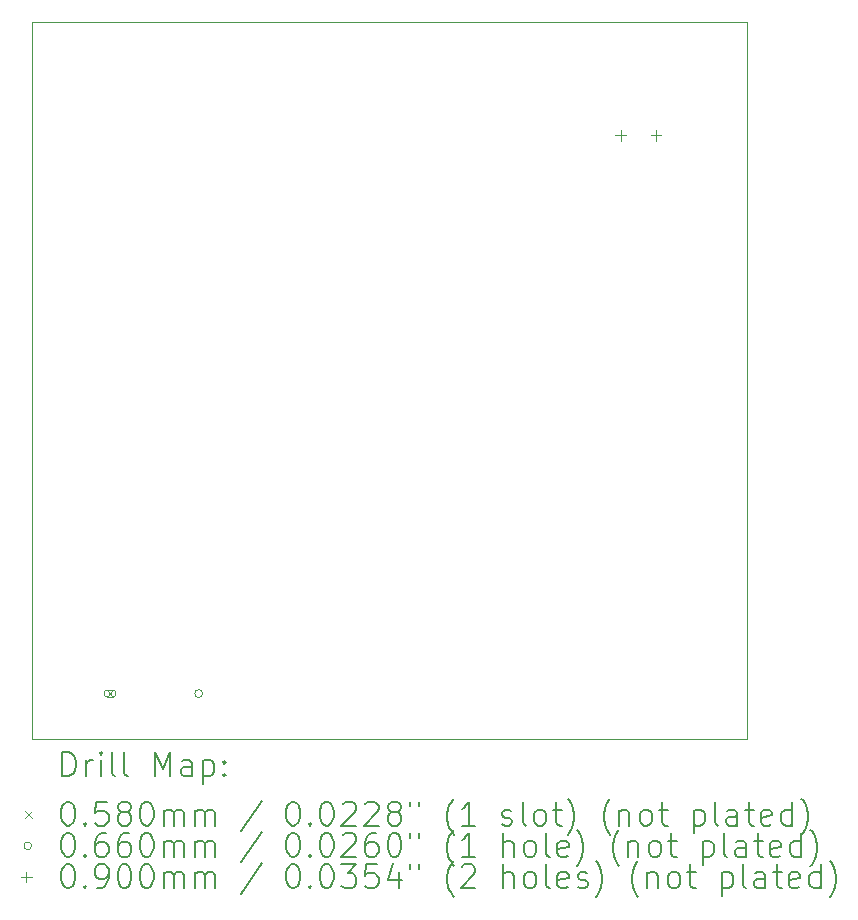
<source format=gbr>
%TF.GenerationSoftware,KiCad,Pcbnew,8.0.2*%
%TF.CreationDate,2025-04-21T15:08:10+02:00*%
%TF.ProjectId,logic,6c6f6769-632e-46b6-9963-61645f706362,rev?*%
%TF.SameCoordinates,Original*%
%TF.FileFunction,Drillmap*%
%TF.FilePolarity,Positive*%
%FSLAX45Y45*%
G04 Gerber Fmt 4.5, Leading zero omitted, Abs format (unit mm)*
G04 Created by KiCad (PCBNEW 8.0.2) date 2025-04-21 15:08:10*
%MOMM*%
%LPD*%
G01*
G04 APERTURE LIST*
%ADD10C,0.100000*%
%ADD11C,0.200000*%
G04 APERTURE END LIST*
D10*
X11559540Y-9761220D02*
X17612360Y-9761220D01*
X17612360Y-15826740D01*
X11559540Y-15826740D01*
X11559540Y-9761220D01*
D11*
D10*
X12188700Y-15416540D02*
X12246700Y-15474540D01*
X12246700Y-15416540D02*
X12188700Y-15474540D01*
X12238700Y-15416540D02*
X12196700Y-15416540D01*
X12196700Y-15474540D02*
G75*
G02*
X12196700Y-15416540I0J29000D01*
G01*
X12196700Y-15474540D02*
X12238700Y-15474540D01*
X12238700Y-15474540D02*
G75*
G03*
X12238700Y-15416540I0J29000D01*
G01*
X13000700Y-15445540D02*
G75*
G02*
X12934700Y-15445540I-33000J0D01*
G01*
X12934700Y-15445540D02*
G75*
G02*
X13000700Y-15445540I33000J0D01*
G01*
X16540340Y-10674540D02*
X16540340Y-10764540D01*
X16495340Y-10719540D02*
X16585340Y-10719540D01*
X16840340Y-10674540D02*
X16840340Y-10764540D01*
X16795340Y-10719540D02*
X16885340Y-10719540D01*
D11*
X11815317Y-16143224D02*
X11815317Y-15943224D01*
X11815317Y-15943224D02*
X11862936Y-15943224D01*
X11862936Y-15943224D02*
X11891507Y-15952748D01*
X11891507Y-15952748D02*
X11910555Y-15971795D01*
X11910555Y-15971795D02*
X11920079Y-15990843D01*
X11920079Y-15990843D02*
X11929602Y-16028938D01*
X11929602Y-16028938D02*
X11929602Y-16057509D01*
X11929602Y-16057509D02*
X11920079Y-16095605D01*
X11920079Y-16095605D02*
X11910555Y-16114652D01*
X11910555Y-16114652D02*
X11891507Y-16133700D01*
X11891507Y-16133700D02*
X11862936Y-16143224D01*
X11862936Y-16143224D02*
X11815317Y-16143224D01*
X12015317Y-16143224D02*
X12015317Y-16009890D01*
X12015317Y-16047986D02*
X12024841Y-16028938D01*
X12024841Y-16028938D02*
X12034364Y-16019414D01*
X12034364Y-16019414D02*
X12053412Y-16009890D01*
X12053412Y-16009890D02*
X12072460Y-16009890D01*
X12139126Y-16143224D02*
X12139126Y-16009890D01*
X12139126Y-15943224D02*
X12129602Y-15952748D01*
X12129602Y-15952748D02*
X12139126Y-15962271D01*
X12139126Y-15962271D02*
X12148650Y-15952748D01*
X12148650Y-15952748D02*
X12139126Y-15943224D01*
X12139126Y-15943224D02*
X12139126Y-15962271D01*
X12262936Y-16143224D02*
X12243888Y-16133700D01*
X12243888Y-16133700D02*
X12234364Y-16114652D01*
X12234364Y-16114652D02*
X12234364Y-15943224D01*
X12367698Y-16143224D02*
X12348650Y-16133700D01*
X12348650Y-16133700D02*
X12339126Y-16114652D01*
X12339126Y-16114652D02*
X12339126Y-15943224D01*
X12596269Y-16143224D02*
X12596269Y-15943224D01*
X12596269Y-15943224D02*
X12662936Y-16086081D01*
X12662936Y-16086081D02*
X12729602Y-15943224D01*
X12729602Y-15943224D02*
X12729602Y-16143224D01*
X12910555Y-16143224D02*
X12910555Y-16038462D01*
X12910555Y-16038462D02*
X12901031Y-16019414D01*
X12901031Y-16019414D02*
X12881983Y-16009890D01*
X12881983Y-16009890D02*
X12843888Y-16009890D01*
X12843888Y-16009890D02*
X12824841Y-16019414D01*
X12910555Y-16133700D02*
X12891507Y-16143224D01*
X12891507Y-16143224D02*
X12843888Y-16143224D01*
X12843888Y-16143224D02*
X12824841Y-16133700D01*
X12824841Y-16133700D02*
X12815317Y-16114652D01*
X12815317Y-16114652D02*
X12815317Y-16095605D01*
X12815317Y-16095605D02*
X12824841Y-16076557D01*
X12824841Y-16076557D02*
X12843888Y-16067033D01*
X12843888Y-16067033D02*
X12891507Y-16067033D01*
X12891507Y-16067033D02*
X12910555Y-16057509D01*
X13005793Y-16009890D02*
X13005793Y-16209890D01*
X13005793Y-16019414D02*
X13024841Y-16009890D01*
X13024841Y-16009890D02*
X13062936Y-16009890D01*
X13062936Y-16009890D02*
X13081983Y-16019414D01*
X13081983Y-16019414D02*
X13091507Y-16028938D01*
X13091507Y-16028938D02*
X13101031Y-16047986D01*
X13101031Y-16047986D02*
X13101031Y-16105128D01*
X13101031Y-16105128D02*
X13091507Y-16124176D01*
X13091507Y-16124176D02*
X13081983Y-16133700D01*
X13081983Y-16133700D02*
X13062936Y-16143224D01*
X13062936Y-16143224D02*
X13024841Y-16143224D01*
X13024841Y-16143224D02*
X13005793Y-16133700D01*
X13186745Y-16124176D02*
X13196269Y-16133700D01*
X13196269Y-16133700D02*
X13186745Y-16143224D01*
X13186745Y-16143224D02*
X13177222Y-16133700D01*
X13177222Y-16133700D02*
X13186745Y-16124176D01*
X13186745Y-16124176D02*
X13186745Y-16143224D01*
X13186745Y-16019414D02*
X13196269Y-16028938D01*
X13196269Y-16028938D02*
X13186745Y-16038462D01*
X13186745Y-16038462D02*
X13177222Y-16028938D01*
X13177222Y-16028938D02*
X13186745Y-16019414D01*
X13186745Y-16019414D02*
X13186745Y-16038462D01*
D10*
X11496540Y-16442740D02*
X11554540Y-16500740D01*
X11554540Y-16442740D02*
X11496540Y-16500740D01*
D11*
X11853412Y-16363224D02*
X11872460Y-16363224D01*
X11872460Y-16363224D02*
X11891507Y-16372748D01*
X11891507Y-16372748D02*
X11901031Y-16382271D01*
X11901031Y-16382271D02*
X11910555Y-16401319D01*
X11910555Y-16401319D02*
X11920079Y-16439414D01*
X11920079Y-16439414D02*
X11920079Y-16487033D01*
X11920079Y-16487033D02*
X11910555Y-16525128D01*
X11910555Y-16525128D02*
X11901031Y-16544176D01*
X11901031Y-16544176D02*
X11891507Y-16553700D01*
X11891507Y-16553700D02*
X11872460Y-16563224D01*
X11872460Y-16563224D02*
X11853412Y-16563224D01*
X11853412Y-16563224D02*
X11834364Y-16553700D01*
X11834364Y-16553700D02*
X11824841Y-16544176D01*
X11824841Y-16544176D02*
X11815317Y-16525128D01*
X11815317Y-16525128D02*
X11805793Y-16487033D01*
X11805793Y-16487033D02*
X11805793Y-16439414D01*
X11805793Y-16439414D02*
X11815317Y-16401319D01*
X11815317Y-16401319D02*
X11824841Y-16382271D01*
X11824841Y-16382271D02*
X11834364Y-16372748D01*
X11834364Y-16372748D02*
X11853412Y-16363224D01*
X12005793Y-16544176D02*
X12015317Y-16553700D01*
X12015317Y-16553700D02*
X12005793Y-16563224D01*
X12005793Y-16563224D02*
X11996269Y-16553700D01*
X11996269Y-16553700D02*
X12005793Y-16544176D01*
X12005793Y-16544176D02*
X12005793Y-16563224D01*
X12196269Y-16363224D02*
X12101031Y-16363224D01*
X12101031Y-16363224D02*
X12091507Y-16458462D01*
X12091507Y-16458462D02*
X12101031Y-16448938D01*
X12101031Y-16448938D02*
X12120079Y-16439414D01*
X12120079Y-16439414D02*
X12167698Y-16439414D01*
X12167698Y-16439414D02*
X12186745Y-16448938D01*
X12186745Y-16448938D02*
X12196269Y-16458462D01*
X12196269Y-16458462D02*
X12205793Y-16477509D01*
X12205793Y-16477509D02*
X12205793Y-16525128D01*
X12205793Y-16525128D02*
X12196269Y-16544176D01*
X12196269Y-16544176D02*
X12186745Y-16553700D01*
X12186745Y-16553700D02*
X12167698Y-16563224D01*
X12167698Y-16563224D02*
X12120079Y-16563224D01*
X12120079Y-16563224D02*
X12101031Y-16553700D01*
X12101031Y-16553700D02*
X12091507Y-16544176D01*
X12320079Y-16448938D02*
X12301031Y-16439414D01*
X12301031Y-16439414D02*
X12291507Y-16429890D01*
X12291507Y-16429890D02*
X12281983Y-16410843D01*
X12281983Y-16410843D02*
X12281983Y-16401319D01*
X12281983Y-16401319D02*
X12291507Y-16382271D01*
X12291507Y-16382271D02*
X12301031Y-16372748D01*
X12301031Y-16372748D02*
X12320079Y-16363224D01*
X12320079Y-16363224D02*
X12358174Y-16363224D01*
X12358174Y-16363224D02*
X12377222Y-16372748D01*
X12377222Y-16372748D02*
X12386745Y-16382271D01*
X12386745Y-16382271D02*
X12396269Y-16401319D01*
X12396269Y-16401319D02*
X12396269Y-16410843D01*
X12396269Y-16410843D02*
X12386745Y-16429890D01*
X12386745Y-16429890D02*
X12377222Y-16439414D01*
X12377222Y-16439414D02*
X12358174Y-16448938D01*
X12358174Y-16448938D02*
X12320079Y-16448938D01*
X12320079Y-16448938D02*
X12301031Y-16458462D01*
X12301031Y-16458462D02*
X12291507Y-16467986D01*
X12291507Y-16467986D02*
X12281983Y-16487033D01*
X12281983Y-16487033D02*
X12281983Y-16525128D01*
X12281983Y-16525128D02*
X12291507Y-16544176D01*
X12291507Y-16544176D02*
X12301031Y-16553700D01*
X12301031Y-16553700D02*
X12320079Y-16563224D01*
X12320079Y-16563224D02*
X12358174Y-16563224D01*
X12358174Y-16563224D02*
X12377222Y-16553700D01*
X12377222Y-16553700D02*
X12386745Y-16544176D01*
X12386745Y-16544176D02*
X12396269Y-16525128D01*
X12396269Y-16525128D02*
X12396269Y-16487033D01*
X12396269Y-16487033D02*
X12386745Y-16467986D01*
X12386745Y-16467986D02*
X12377222Y-16458462D01*
X12377222Y-16458462D02*
X12358174Y-16448938D01*
X12520079Y-16363224D02*
X12539126Y-16363224D01*
X12539126Y-16363224D02*
X12558174Y-16372748D01*
X12558174Y-16372748D02*
X12567698Y-16382271D01*
X12567698Y-16382271D02*
X12577222Y-16401319D01*
X12577222Y-16401319D02*
X12586745Y-16439414D01*
X12586745Y-16439414D02*
X12586745Y-16487033D01*
X12586745Y-16487033D02*
X12577222Y-16525128D01*
X12577222Y-16525128D02*
X12567698Y-16544176D01*
X12567698Y-16544176D02*
X12558174Y-16553700D01*
X12558174Y-16553700D02*
X12539126Y-16563224D01*
X12539126Y-16563224D02*
X12520079Y-16563224D01*
X12520079Y-16563224D02*
X12501031Y-16553700D01*
X12501031Y-16553700D02*
X12491507Y-16544176D01*
X12491507Y-16544176D02*
X12481983Y-16525128D01*
X12481983Y-16525128D02*
X12472460Y-16487033D01*
X12472460Y-16487033D02*
X12472460Y-16439414D01*
X12472460Y-16439414D02*
X12481983Y-16401319D01*
X12481983Y-16401319D02*
X12491507Y-16382271D01*
X12491507Y-16382271D02*
X12501031Y-16372748D01*
X12501031Y-16372748D02*
X12520079Y-16363224D01*
X12672460Y-16563224D02*
X12672460Y-16429890D01*
X12672460Y-16448938D02*
X12681983Y-16439414D01*
X12681983Y-16439414D02*
X12701031Y-16429890D01*
X12701031Y-16429890D02*
X12729603Y-16429890D01*
X12729603Y-16429890D02*
X12748650Y-16439414D01*
X12748650Y-16439414D02*
X12758174Y-16458462D01*
X12758174Y-16458462D02*
X12758174Y-16563224D01*
X12758174Y-16458462D02*
X12767698Y-16439414D01*
X12767698Y-16439414D02*
X12786745Y-16429890D01*
X12786745Y-16429890D02*
X12815317Y-16429890D01*
X12815317Y-16429890D02*
X12834364Y-16439414D01*
X12834364Y-16439414D02*
X12843888Y-16458462D01*
X12843888Y-16458462D02*
X12843888Y-16563224D01*
X12939126Y-16563224D02*
X12939126Y-16429890D01*
X12939126Y-16448938D02*
X12948650Y-16439414D01*
X12948650Y-16439414D02*
X12967698Y-16429890D01*
X12967698Y-16429890D02*
X12996269Y-16429890D01*
X12996269Y-16429890D02*
X13015317Y-16439414D01*
X13015317Y-16439414D02*
X13024841Y-16458462D01*
X13024841Y-16458462D02*
X13024841Y-16563224D01*
X13024841Y-16458462D02*
X13034364Y-16439414D01*
X13034364Y-16439414D02*
X13053412Y-16429890D01*
X13053412Y-16429890D02*
X13081983Y-16429890D01*
X13081983Y-16429890D02*
X13101031Y-16439414D01*
X13101031Y-16439414D02*
X13110555Y-16458462D01*
X13110555Y-16458462D02*
X13110555Y-16563224D01*
X13501031Y-16353700D02*
X13329603Y-16610843D01*
X13758174Y-16363224D02*
X13777222Y-16363224D01*
X13777222Y-16363224D02*
X13796269Y-16372748D01*
X13796269Y-16372748D02*
X13805793Y-16382271D01*
X13805793Y-16382271D02*
X13815317Y-16401319D01*
X13815317Y-16401319D02*
X13824841Y-16439414D01*
X13824841Y-16439414D02*
X13824841Y-16487033D01*
X13824841Y-16487033D02*
X13815317Y-16525128D01*
X13815317Y-16525128D02*
X13805793Y-16544176D01*
X13805793Y-16544176D02*
X13796269Y-16553700D01*
X13796269Y-16553700D02*
X13777222Y-16563224D01*
X13777222Y-16563224D02*
X13758174Y-16563224D01*
X13758174Y-16563224D02*
X13739126Y-16553700D01*
X13739126Y-16553700D02*
X13729603Y-16544176D01*
X13729603Y-16544176D02*
X13720079Y-16525128D01*
X13720079Y-16525128D02*
X13710555Y-16487033D01*
X13710555Y-16487033D02*
X13710555Y-16439414D01*
X13710555Y-16439414D02*
X13720079Y-16401319D01*
X13720079Y-16401319D02*
X13729603Y-16382271D01*
X13729603Y-16382271D02*
X13739126Y-16372748D01*
X13739126Y-16372748D02*
X13758174Y-16363224D01*
X13910555Y-16544176D02*
X13920079Y-16553700D01*
X13920079Y-16553700D02*
X13910555Y-16563224D01*
X13910555Y-16563224D02*
X13901031Y-16553700D01*
X13901031Y-16553700D02*
X13910555Y-16544176D01*
X13910555Y-16544176D02*
X13910555Y-16563224D01*
X14043888Y-16363224D02*
X14062936Y-16363224D01*
X14062936Y-16363224D02*
X14081984Y-16372748D01*
X14081984Y-16372748D02*
X14091507Y-16382271D01*
X14091507Y-16382271D02*
X14101031Y-16401319D01*
X14101031Y-16401319D02*
X14110555Y-16439414D01*
X14110555Y-16439414D02*
X14110555Y-16487033D01*
X14110555Y-16487033D02*
X14101031Y-16525128D01*
X14101031Y-16525128D02*
X14091507Y-16544176D01*
X14091507Y-16544176D02*
X14081984Y-16553700D01*
X14081984Y-16553700D02*
X14062936Y-16563224D01*
X14062936Y-16563224D02*
X14043888Y-16563224D01*
X14043888Y-16563224D02*
X14024841Y-16553700D01*
X14024841Y-16553700D02*
X14015317Y-16544176D01*
X14015317Y-16544176D02*
X14005793Y-16525128D01*
X14005793Y-16525128D02*
X13996269Y-16487033D01*
X13996269Y-16487033D02*
X13996269Y-16439414D01*
X13996269Y-16439414D02*
X14005793Y-16401319D01*
X14005793Y-16401319D02*
X14015317Y-16382271D01*
X14015317Y-16382271D02*
X14024841Y-16372748D01*
X14024841Y-16372748D02*
X14043888Y-16363224D01*
X14186746Y-16382271D02*
X14196269Y-16372748D01*
X14196269Y-16372748D02*
X14215317Y-16363224D01*
X14215317Y-16363224D02*
X14262936Y-16363224D01*
X14262936Y-16363224D02*
X14281984Y-16372748D01*
X14281984Y-16372748D02*
X14291507Y-16382271D01*
X14291507Y-16382271D02*
X14301031Y-16401319D01*
X14301031Y-16401319D02*
X14301031Y-16420367D01*
X14301031Y-16420367D02*
X14291507Y-16448938D01*
X14291507Y-16448938D02*
X14177222Y-16563224D01*
X14177222Y-16563224D02*
X14301031Y-16563224D01*
X14377222Y-16382271D02*
X14386746Y-16372748D01*
X14386746Y-16372748D02*
X14405793Y-16363224D01*
X14405793Y-16363224D02*
X14453412Y-16363224D01*
X14453412Y-16363224D02*
X14472460Y-16372748D01*
X14472460Y-16372748D02*
X14481984Y-16382271D01*
X14481984Y-16382271D02*
X14491507Y-16401319D01*
X14491507Y-16401319D02*
X14491507Y-16420367D01*
X14491507Y-16420367D02*
X14481984Y-16448938D01*
X14481984Y-16448938D02*
X14367698Y-16563224D01*
X14367698Y-16563224D02*
X14491507Y-16563224D01*
X14605793Y-16448938D02*
X14586746Y-16439414D01*
X14586746Y-16439414D02*
X14577222Y-16429890D01*
X14577222Y-16429890D02*
X14567698Y-16410843D01*
X14567698Y-16410843D02*
X14567698Y-16401319D01*
X14567698Y-16401319D02*
X14577222Y-16382271D01*
X14577222Y-16382271D02*
X14586746Y-16372748D01*
X14586746Y-16372748D02*
X14605793Y-16363224D01*
X14605793Y-16363224D02*
X14643888Y-16363224D01*
X14643888Y-16363224D02*
X14662936Y-16372748D01*
X14662936Y-16372748D02*
X14672460Y-16382271D01*
X14672460Y-16382271D02*
X14681984Y-16401319D01*
X14681984Y-16401319D02*
X14681984Y-16410843D01*
X14681984Y-16410843D02*
X14672460Y-16429890D01*
X14672460Y-16429890D02*
X14662936Y-16439414D01*
X14662936Y-16439414D02*
X14643888Y-16448938D01*
X14643888Y-16448938D02*
X14605793Y-16448938D01*
X14605793Y-16448938D02*
X14586746Y-16458462D01*
X14586746Y-16458462D02*
X14577222Y-16467986D01*
X14577222Y-16467986D02*
X14567698Y-16487033D01*
X14567698Y-16487033D02*
X14567698Y-16525128D01*
X14567698Y-16525128D02*
X14577222Y-16544176D01*
X14577222Y-16544176D02*
X14586746Y-16553700D01*
X14586746Y-16553700D02*
X14605793Y-16563224D01*
X14605793Y-16563224D02*
X14643888Y-16563224D01*
X14643888Y-16563224D02*
X14662936Y-16553700D01*
X14662936Y-16553700D02*
X14672460Y-16544176D01*
X14672460Y-16544176D02*
X14681984Y-16525128D01*
X14681984Y-16525128D02*
X14681984Y-16487033D01*
X14681984Y-16487033D02*
X14672460Y-16467986D01*
X14672460Y-16467986D02*
X14662936Y-16458462D01*
X14662936Y-16458462D02*
X14643888Y-16448938D01*
X14758174Y-16363224D02*
X14758174Y-16401319D01*
X14834365Y-16363224D02*
X14834365Y-16401319D01*
X15129603Y-16639414D02*
X15120079Y-16629890D01*
X15120079Y-16629890D02*
X15101031Y-16601319D01*
X15101031Y-16601319D02*
X15091508Y-16582271D01*
X15091508Y-16582271D02*
X15081984Y-16553700D01*
X15081984Y-16553700D02*
X15072460Y-16506081D01*
X15072460Y-16506081D02*
X15072460Y-16467986D01*
X15072460Y-16467986D02*
X15081984Y-16420367D01*
X15081984Y-16420367D02*
X15091508Y-16391795D01*
X15091508Y-16391795D02*
X15101031Y-16372748D01*
X15101031Y-16372748D02*
X15120079Y-16344176D01*
X15120079Y-16344176D02*
X15129603Y-16334652D01*
X15310555Y-16563224D02*
X15196269Y-16563224D01*
X15253412Y-16563224D02*
X15253412Y-16363224D01*
X15253412Y-16363224D02*
X15234365Y-16391795D01*
X15234365Y-16391795D02*
X15215317Y-16410843D01*
X15215317Y-16410843D02*
X15196269Y-16420367D01*
X15539127Y-16553700D02*
X15558174Y-16563224D01*
X15558174Y-16563224D02*
X15596269Y-16563224D01*
X15596269Y-16563224D02*
X15615317Y-16553700D01*
X15615317Y-16553700D02*
X15624841Y-16534652D01*
X15624841Y-16534652D02*
X15624841Y-16525128D01*
X15624841Y-16525128D02*
X15615317Y-16506081D01*
X15615317Y-16506081D02*
X15596269Y-16496557D01*
X15596269Y-16496557D02*
X15567698Y-16496557D01*
X15567698Y-16496557D02*
X15548650Y-16487033D01*
X15548650Y-16487033D02*
X15539127Y-16467986D01*
X15539127Y-16467986D02*
X15539127Y-16458462D01*
X15539127Y-16458462D02*
X15548650Y-16439414D01*
X15548650Y-16439414D02*
X15567698Y-16429890D01*
X15567698Y-16429890D02*
X15596269Y-16429890D01*
X15596269Y-16429890D02*
X15615317Y-16439414D01*
X15739127Y-16563224D02*
X15720079Y-16553700D01*
X15720079Y-16553700D02*
X15710555Y-16534652D01*
X15710555Y-16534652D02*
X15710555Y-16363224D01*
X15843889Y-16563224D02*
X15824841Y-16553700D01*
X15824841Y-16553700D02*
X15815317Y-16544176D01*
X15815317Y-16544176D02*
X15805793Y-16525128D01*
X15805793Y-16525128D02*
X15805793Y-16467986D01*
X15805793Y-16467986D02*
X15815317Y-16448938D01*
X15815317Y-16448938D02*
X15824841Y-16439414D01*
X15824841Y-16439414D02*
X15843889Y-16429890D01*
X15843889Y-16429890D02*
X15872460Y-16429890D01*
X15872460Y-16429890D02*
X15891508Y-16439414D01*
X15891508Y-16439414D02*
X15901031Y-16448938D01*
X15901031Y-16448938D02*
X15910555Y-16467986D01*
X15910555Y-16467986D02*
X15910555Y-16525128D01*
X15910555Y-16525128D02*
X15901031Y-16544176D01*
X15901031Y-16544176D02*
X15891508Y-16553700D01*
X15891508Y-16553700D02*
X15872460Y-16563224D01*
X15872460Y-16563224D02*
X15843889Y-16563224D01*
X15967698Y-16429890D02*
X16043889Y-16429890D01*
X15996270Y-16363224D02*
X15996270Y-16534652D01*
X15996270Y-16534652D02*
X16005793Y-16553700D01*
X16005793Y-16553700D02*
X16024841Y-16563224D01*
X16024841Y-16563224D02*
X16043889Y-16563224D01*
X16091508Y-16639414D02*
X16101031Y-16629890D01*
X16101031Y-16629890D02*
X16120079Y-16601319D01*
X16120079Y-16601319D02*
X16129603Y-16582271D01*
X16129603Y-16582271D02*
X16139127Y-16553700D01*
X16139127Y-16553700D02*
X16148650Y-16506081D01*
X16148650Y-16506081D02*
X16148650Y-16467986D01*
X16148650Y-16467986D02*
X16139127Y-16420367D01*
X16139127Y-16420367D02*
X16129603Y-16391795D01*
X16129603Y-16391795D02*
X16120079Y-16372748D01*
X16120079Y-16372748D02*
X16101031Y-16344176D01*
X16101031Y-16344176D02*
X16091508Y-16334652D01*
X16453412Y-16639414D02*
X16443889Y-16629890D01*
X16443889Y-16629890D02*
X16424841Y-16601319D01*
X16424841Y-16601319D02*
X16415317Y-16582271D01*
X16415317Y-16582271D02*
X16405793Y-16553700D01*
X16405793Y-16553700D02*
X16396270Y-16506081D01*
X16396270Y-16506081D02*
X16396270Y-16467986D01*
X16396270Y-16467986D02*
X16405793Y-16420367D01*
X16405793Y-16420367D02*
X16415317Y-16391795D01*
X16415317Y-16391795D02*
X16424841Y-16372748D01*
X16424841Y-16372748D02*
X16443889Y-16344176D01*
X16443889Y-16344176D02*
X16453412Y-16334652D01*
X16529603Y-16429890D02*
X16529603Y-16563224D01*
X16529603Y-16448938D02*
X16539127Y-16439414D01*
X16539127Y-16439414D02*
X16558174Y-16429890D01*
X16558174Y-16429890D02*
X16586746Y-16429890D01*
X16586746Y-16429890D02*
X16605793Y-16439414D01*
X16605793Y-16439414D02*
X16615317Y-16458462D01*
X16615317Y-16458462D02*
X16615317Y-16563224D01*
X16739127Y-16563224D02*
X16720079Y-16553700D01*
X16720079Y-16553700D02*
X16710555Y-16544176D01*
X16710555Y-16544176D02*
X16701031Y-16525128D01*
X16701031Y-16525128D02*
X16701031Y-16467986D01*
X16701031Y-16467986D02*
X16710555Y-16448938D01*
X16710555Y-16448938D02*
X16720079Y-16439414D01*
X16720079Y-16439414D02*
X16739127Y-16429890D01*
X16739127Y-16429890D02*
X16767698Y-16429890D01*
X16767698Y-16429890D02*
X16786746Y-16439414D01*
X16786746Y-16439414D02*
X16796270Y-16448938D01*
X16796270Y-16448938D02*
X16805793Y-16467986D01*
X16805793Y-16467986D02*
X16805793Y-16525128D01*
X16805793Y-16525128D02*
X16796270Y-16544176D01*
X16796270Y-16544176D02*
X16786746Y-16553700D01*
X16786746Y-16553700D02*
X16767698Y-16563224D01*
X16767698Y-16563224D02*
X16739127Y-16563224D01*
X16862936Y-16429890D02*
X16939127Y-16429890D01*
X16891508Y-16363224D02*
X16891508Y-16534652D01*
X16891508Y-16534652D02*
X16901032Y-16553700D01*
X16901032Y-16553700D02*
X16920079Y-16563224D01*
X16920079Y-16563224D02*
X16939127Y-16563224D01*
X17158174Y-16429890D02*
X17158174Y-16629890D01*
X17158174Y-16439414D02*
X17177222Y-16429890D01*
X17177222Y-16429890D02*
X17215317Y-16429890D01*
X17215317Y-16429890D02*
X17234365Y-16439414D01*
X17234365Y-16439414D02*
X17243889Y-16448938D01*
X17243889Y-16448938D02*
X17253413Y-16467986D01*
X17253413Y-16467986D02*
X17253413Y-16525128D01*
X17253413Y-16525128D02*
X17243889Y-16544176D01*
X17243889Y-16544176D02*
X17234365Y-16553700D01*
X17234365Y-16553700D02*
X17215317Y-16563224D01*
X17215317Y-16563224D02*
X17177222Y-16563224D01*
X17177222Y-16563224D02*
X17158174Y-16553700D01*
X17367698Y-16563224D02*
X17348651Y-16553700D01*
X17348651Y-16553700D02*
X17339127Y-16534652D01*
X17339127Y-16534652D02*
X17339127Y-16363224D01*
X17529603Y-16563224D02*
X17529603Y-16458462D01*
X17529603Y-16458462D02*
X17520079Y-16439414D01*
X17520079Y-16439414D02*
X17501032Y-16429890D01*
X17501032Y-16429890D02*
X17462936Y-16429890D01*
X17462936Y-16429890D02*
X17443889Y-16439414D01*
X17529603Y-16553700D02*
X17510555Y-16563224D01*
X17510555Y-16563224D02*
X17462936Y-16563224D01*
X17462936Y-16563224D02*
X17443889Y-16553700D01*
X17443889Y-16553700D02*
X17434365Y-16534652D01*
X17434365Y-16534652D02*
X17434365Y-16515605D01*
X17434365Y-16515605D02*
X17443889Y-16496557D01*
X17443889Y-16496557D02*
X17462936Y-16487033D01*
X17462936Y-16487033D02*
X17510555Y-16487033D01*
X17510555Y-16487033D02*
X17529603Y-16477509D01*
X17596270Y-16429890D02*
X17672460Y-16429890D01*
X17624841Y-16363224D02*
X17624841Y-16534652D01*
X17624841Y-16534652D02*
X17634365Y-16553700D01*
X17634365Y-16553700D02*
X17653413Y-16563224D01*
X17653413Y-16563224D02*
X17672460Y-16563224D01*
X17815317Y-16553700D02*
X17796270Y-16563224D01*
X17796270Y-16563224D02*
X17758174Y-16563224D01*
X17758174Y-16563224D02*
X17739127Y-16553700D01*
X17739127Y-16553700D02*
X17729603Y-16534652D01*
X17729603Y-16534652D02*
X17729603Y-16458462D01*
X17729603Y-16458462D02*
X17739127Y-16439414D01*
X17739127Y-16439414D02*
X17758174Y-16429890D01*
X17758174Y-16429890D02*
X17796270Y-16429890D01*
X17796270Y-16429890D02*
X17815317Y-16439414D01*
X17815317Y-16439414D02*
X17824841Y-16458462D01*
X17824841Y-16458462D02*
X17824841Y-16477509D01*
X17824841Y-16477509D02*
X17729603Y-16496557D01*
X17996270Y-16563224D02*
X17996270Y-16363224D01*
X17996270Y-16553700D02*
X17977222Y-16563224D01*
X17977222Y-16563224D02*
X17939127Y-16563224D01*
X17939127Y-16563224D02*
X17920079Y-16553700D01*
X17920079Y-16553700D02*
X17910555Y-16544176D01*
X17910555Y-16544176D02*
X17901032Y-16525128D01*
X17901032Y-16525128D02*
X17901032Y-16467986D01*
X17901032Y-16467986D02*
X17910555Y-16448938D01*
X17910555Y-16448938D02*
X17920079Y-16439414D01*
X17920079Y-16439414D02*
X17939127Y-16429890D01*
X17939127Y-16429890D02*
X17977222Y-16429890D01*
X17977222Y-16429890D02*
X17996270Y-16439414D01*
X18072460Y-16639414D02*
X18081984Y-16629890D01*
X18081984Y-16629890D02*
X18101032Y-16601319D01*
X18101032Y-16601319D02*
X18110555Y-16582271D01*
X18110555Y-16582271D02*
X18120079Y-16553700D01*
X18120079Y-16553700D02*
X18129603Y-16506081D01*
X18129603Y-16506081D02*
X18129603Y-16467986D01*
X18129603Y-16467986D02*
X18120079Y-16420367D01*
X18120079Y-16420367D02*
X18110555Y-16391795D01*
X18110555Y-16391795D02*
X18101032Y-16372748D01*
X18101032Y-16372748D02*
X18081984Y-16344176D01*
X18081984Y-16344176D02*
X18072460Y-16334652D01*
D10*
X11554540Y-16735740D02*
G75*
G02*
X11488540Y-16735740I-33000J0D01*
G01*
X11488540Y-16735740D02*
G75*
G02*
X11554540Y-16735740I33000J0D01*
G01*
D11*
X11853412Y-16627224D02*
X11872460Y-16627224D01*
X11872460Y-16627224D02*
X11891507Y-16636748D01*
X11891507Y-16636748D02*
X11901031Y-16646271D01*
X11901031Y-16646271D02*
X11910555Y-16665319D01*
X11910555Y-16665319D02*
X11920079Y-16703414D01*
X11920079Y-16703414D02*
X11920079Y-16751033D01*
X11920079Y-16751033D02*
X11910555Y-16789129D01*
X11910555Y-16789129D02*
X11901031Y-16808176D01*
X11901031Y-16808176D02*
X11891507Y-16817700D01*
X11891507Y-16817700D02*
X11872460Y-16827224D01*
X11872460Y-16827224D02*
X11853412Y-16827224D01*
X11853412Y-16827224D02*
X11834364Y-16817700D01*
X11834364Y-16817700D02*
X11824841Y-16808176D01*
X11824841Y-16808176D02*
X11815317Y-16789129D01*
X11815317Y-16789129D02*
X11805793Y-16751033D01*
X11805793Y-16751033D02*
X11805793Y-16703414D01*
X11805793Y-16703414D02*
X11815317Y-16665319D01*
X11815317Y-16665319D02*
X11824841Y-16646271D01*
X11824841Y-16646271D02*
X11834364Y-16636748D01*
X11834364Y-16636748D02*
X11853412Y-16627224D01*
X12005793Y-16808176D02*
X12015317Y-16817700D01*
X12015317Y-16817700D02*
X12005793Y-16827224D01*
X12005793Y-16827224D02*
X11996269Y-16817700D01*
X11996269Y-16817700D02*
X12005793Y-16808176D01*
X12005793Y-16808176D02*
X12005793Y-16827224D01*
X12186745Y-16627224D02*
X12148650Y-16627224D01*
X12148650Y-16627224D02*
X12129602Y-16636748D01*
X12129602Y-16636748D02*
X12120079Y-16646271D01*
X12120079Y-16646271D02*
X12101031Y-16674843D01*
X12101031Y-16674843D02*
X12091507Y-16712938D01*
X12091507Y-16712938D02*
X12091507Y-16789129D01*
X12091507Y-16789129D02*
X12101031Y-16808176D01*
X12101031Y-16808176D02*
X12110555Y-16817700D01*
X12110555Y-16817700D02*
X12129602Y-16827224D01*
X12129602Y-16827224D02*
X12167698Y-16827224D01*
X12167698Y-16827224D02*
X12186745Y-16817700D01*
X12186745Y-16817700D02*
X12196269Y-16808176D01*
X12196269Y-16808176D02*
X12205793Y-16789129D01*
X12205793Y-16789129D02*
X12205793Y-16741509D01*
X12205793Y-16741509D02*
X12196269Y-16722462D01*
X12196269Y-16722462D02*
X12186745Y-16712938D01*
X12186745Y-16712938D02*
X12167698Y-16703414D01*
X12167698Y-16703414D02*
X12129602Y-16703414D01*
X12129602Y-16703414D02*
X12110555Y-16712938D01*
X12110555Y-16712938D02*
X12101031Y-16722462D01*
X12101031Y-16722462D02*
X12091507Y-16741509D01*
X12377222Y-16627224D02*
X12339126Y-16627224D01*
X12339126Y-16627224D02*
X12320079Y-16636748D01*
X12320079Y-16636748D02*
X12310555Y-16646271D01*
X12310555Y-16646271D02*
X12291507Y-16674843D01*
X12291507Y-16674843D02*
X12281983Y-16712938D01*
X12281983Y-16712938D02*
X12281983Y-16789129D01*
X12281983Y-16789129D02*
X12291507Y-16808176D01*
X12291507Y-16808176D02*
X12301031Y-16817700D01*
X12301031Y-16817700D02*
X12320079Y-16827224D01*
X12320079Y-16827224D02*
X12358174Y-16827224D01*
X12358174Y-16827224D02*
X12377222Y-16817700D01*
X12377222Y-16817700D02*
X12386745Y-16808176D01*
X12386745Y-16808176D02*
X12396269Y-16789129D01*
X12396269Y-16789129D02*
X12396269Y-16741509D01*
X12396269Y-16741509D02*
X12386745Y-16722462D01*
X12386745Y-16722462D02*
X12377222Y-16712938D01*
X12377222Y-16712938D02*
X12358174Y-16703414D01*
X12358174Y-16703414D02*
X12320079Y-16703414D01*
X12320079Y-16703414D02*
X12301031Y-16712938D01*
X12301031Y-16712938D02*
X12291507Y-16722462D01*
X12291507Y-16722462D02*
X12281983Y-16741509D01*
X12520079Y-16627224D02*
X12539126Y-16627224D01*
X12539126Y-16627224D02*
X12558174Y-16636748D01*
X12558174Y-16636748D02*
X12567698Y-16646271D01*
X12567698Y-16646271D02*
X12577222Y-16665319D01*
X12577222Y-16665319D02*
X12586745Y-16703414D01*
X12586745Y-16703414D02*
X12586745Y-16751033D01*
X12586745Y-16751033D02*
X12577222Y-16789129D01*
X12577222Y-16789129D02*
X12567698Y-16808176D01*
X12567698Y-16808176D02*
X12558174Y-16817700D01*
X12558174Y-16817700D02*
X12539126Y-16827224D01*
X12539126Y-16827224D02*
X12520079Y-16827224D01*
X12520079Y-16827224D02*
X12501031Y-16817700D01*
X12501031Y-16817700D02*
X12491507Y-16808176D01*
X12491507Y-16808176D02*
X12481983Y-16789129D01*
X12481983Y-16789129D02*
X12472460Y-16751033D01*
X12472460Y-16751033D02*
X12472460Y-16703414D01*
X12472460Y-16703414D02*
X12481983Y-16665319D01*
X12481983Y-16665319D02*
X12491507Y-16646271D01*
X12491507Y-16646271D02*
X12501031Y-16636748D01*
X12501031Y-16636748D02*
X12520079Y-16627224D01*
X12672460Y-16827224D02*
X12672460Y-16693890D01*
X12672460Y-16712938D02*
X12681983Y-16703414D01*
X12681983Y-16703414D02*
X12701031Y-16693890D01*
X12701031Y-16693890D02*
X12729603Y-16693890D01*
X12729603Y-16693890D02*
X12748650Y-16703414D01*
X12748650Y-16703414D02*
X12758174Y-16722462D01*
X12758174Y-16722462D02*
X12758174Y-16827224D01*
X12758174Y-16722462D02*
X12767698Y-16703414D01*
X12767698Y-16703414D02*
X12786745Y-16693890D01*
X12786745Y-16693890D02*
X12815317Y-16693890D01*
X12815317Y-16693890D02*
X12834364Y-16703414D01*
X12834364Y-16703414D02*
X12843888Y-16722462D01*
X12843888Y-16722462D02*
X12843888Y-16827224D01*
X12939126Y-16827224D02*
X12939126Y-16693890D01*
X12939126Y-16712938D02*
X12948650Y-16703414D01*
X12948650Y-16703414D02*
X12967698Y-16693890D01*
X12967698Y-16693890D02*
X12996269Y-16693890D01*
X12996269Y-16693890D02*
X13015317Y-16703414D01*
X13015317Y-16703414D02*
X13024841Y-16722462D01*
X13024841Y-16722462D02*
X13024841Y-16827224D01*
X13024841Y-16722462D02*
X13034364Y-16703414D01*
X13034364Y-16703414D02*
X13053412Y-16693890D01*
X13053412Y-16693890D02*
X13081983Y-16693890D01*
X13081983Y-16693890D02*
X13101031Y-16703414D01*
X13101031Y-16703414D02*
X13110555Y-16722462D01*
X13110555Y-16722462D02*
X13110555Y-16827224D01*
X13501031Y-16617700D02*
X13329603Y-16874843D01*
X13758174Y-16627224D02*
X13777222Y-16627224D01*
X13777222Y-16627224D02*
X13796269Y-16636748D01*
X13796269Y-16636748D02*
X13805793Y-16646271D01*
X13805793Y-16646271D02*
X13815317Y-16665319D01*
X13815317Y-16665319D02*
X13824841Y-16703414D01*
X13824841Y-16703414D02*
X13824841Y-16751033D01*
X13824841Y-16751033D02*
X13815317Y-16789129D01*
X13815317Y-16789129D02*
X13805793Y-16808176D01*
X13805793Y-16808176D02*
X13796269Y-16817700D01*
X13796269Y-16817700D02*
X13777222Y-16827224D01*
X13777222Y-16827224D02*
X13758174Y-16827224D01*
X13758174Y-16827224D02*
X13739126Y-16817700D01*
X13739126Y-16817700D02*
X13729603Y-16808176D01*
X13729603Y-16808176D02*
X13720079Y-16789129D01*
X13720079Y-16789129D02*
X13710555Y-16751033D01*
X13710555Y-16751033D02*
X13710555Y-16703414D01*
X13710555Y-16703414D02*
X13720079Y-16665319D01*
X13720079Y-16665319D02*
X13729603Y-16646271D01*
X13729603Y-16646271D02*
X13739126Y-16636748D01*
X13739126Y-16636748D02*
X13758174Y-16627224D01*
X13910555Y-16808176D02*
X13920079Y-16817700D01*
X13920079Y-16817700D02*
X13910555Y-16827224D01*
X13910555Y-16827224D02*
X13901031Y-16817700D01*
X13901031Y-16817700D02*
X13910555Y-16808176D01*
X13910555Y-16808176D02*
X13910555Y-16827224D01*
X14043888Y-16627224D02*
X14062936Y-16627224D01*
X14062936Y-16627224D02*
X14081984Y-16636748D01*
X14081984Y-16636748D02*
X14091507Y-16646271D01*
X14091507Y-16646271D02*
X14101031Y-16665319D01*
X14101031Y-16665319D02*
X14110555Y-16703414D01*
X14110555Y-16703414D02*
X14110555Y-16751033D01*
X14110555Y-16751033D02*
X14101031Y-16789129D01*
X14101031Y-16789129D02*
X14091507Y-16808176D01*
X14091507Y-16808176D02*
X14081984Y-16817700D01*
X14081984Y-16817700D02*
X14062936Y-16827224D01*
X14062936Y-16827224D02*
X14043888Y-16827224D01*
X14043888Y-16827224D02*
X14024841Y-16817700D01*
X14024841Y-16817700D02*
X14015317Y-16808176D01*
X14015317Y-16808176D02*
X14005793Y-16789129D01*
X14005793Y-16789129D02*
X13996269Y-16751033D01*
X13996269Y-16751033D02*
X13996269Y-16703414D01*
X13996269Y-16703414D02*
X14005793Y-16665319D01*
X14005793Y-16665319D02*
X14015317Y-16646271D01*
X14015317Y-16646271D02*
X14024841Y-16636748D01*
X14024841Y-16636748D02*
X14043888Y-16627224D01*
X14186746Y-16646271D02*
X14196269Y-16636748D01*
X14196269Y-16636748D02*
X14215317Y-16627224D01*
X14215317Y-16627224D02*
X14262936Y-16627224D01*
X14262936Y-16627224D02*
X14281984Y-16636748D01*
X14281984Y-16636748D02*
X14291507Y-16646271D01*
X14291507Y-16646271D02*
X14301031Y-16665319D01*
X14301031Y-16665319D02*
X14301031Y-16684367D01*
X14301031Y-16684367D02*
X14291507Y-16712938D01*
X14291507Y-16712938D02*
X14177222Y-16827224D01*
X14177222Y-16827224D02*
X14301031Y-16827224D01*
X14472460Y-16627224D02*
X14434365Y-16627224D01*
X14434365Y-16627224D02*
X14415317Y-16636748D01*
X14415317Y-16636748D02*
X14405793Y-16646271D01*
X14405793Y-16646271D02*
X14386746Y-16674843D01*
X14386746Y-16674843D02*
X14377222Y-16712938D01*
X14377222Y-16712938D02*
X14377222Y-16789129D01*
X14377222Y-16789129D02*
X14386746Y-16808176D01*
X14386746Y-16808176D02*
X14396269Y-16817700D01*
X14396269Y-16817700D02*
X14415317Y-16827224D01*
X14415317Y-16827224D02*
X14453412Y-16827224D01*
X14453412Y-16827224D02*
X14472460Y-16817700D01*
X14472460Y-16817700D02*
X14481984Y-16808176D01*
X14481984Y-16808176D02*
X14491507Y-16789129D01*
X14491507Y-16789129D02*
X14491507Y-16741509D01*
X14491507Y-16741509D02*
X14481984Y-16722462D01*
X14481984Y-16722462D02*
X14472460Y-16712938D01*
X14472460Y-16712938D02*
X14453412Y-16703414D01*
X14453412Y-16703414D02*
X14415317Y-16703414D01*
X14415317Y-16703414D02*
X14396269Y-16712938D01*
X14396269Y-16712938D02*
X14386746Y-16722462D01*
X14386746Y-16722462D02*
X14377222Y-16741509D01*
X14615317Y-16627224D02*
X14634365Y-16627224D01*
X14634365Y-16627224D02*
X14653412Y-16636748D01*
X14653412Y-16636748D02*
X14662936Y-16646271D01*
X14662936Y-16646271D02*
X14672460Y-16665319D01*
X14672460Y-16665319D02*
X14681984Y-16703414D01*
X14681984Y-16703414D02*
X14681984Y-16751033D01*
X14681984Y-16751033D02*
X14672460Y-16789129D01*
X14672460Y-16789129D02*
X14662936Y-16808176D01*
X14662936Y-16808176D02*
X14653412Y-16817700D01*
X14653412Y-16817700D02*
X14634365Y-16827224D01*
X14634365Y-16827224D02*
X14615317Y-16827224D01*
X14615317Y-16827224D02*
X14596269Y-16817700D01*
X14596269Y-16817700D02*
X14586746Y-16808176D01*
X14586746Y-16808176D02*
X14577222Y-16789129D01*
X14577222Y-16789129D02*
X14567698Y-16751033D01*
X14567698Y-16751033D02*
X14567698Y-16703414D01*
X14567698Y-16703414D02*
X14577222Y-16665319D01*
X14577222Y-16665319D02*
X14586746Y-16646271D01*
X14586746Y-16646271D02*
X14596269Y-16636748D01*
X14596269Y-16636748D02*
X14615317Y-16627224D01*
X14758174Y-16627224D02*
X14758174Y-16665319D01*
X14834365Y-16627224D02*
X14834365Y-16665319D01*
X15129603Y-16903414D02*
X15120079Y-16893890D01*
X15120079Y-16893890D02*
X15101031Y-16865319D01*
X15101031Y-16865319D02*
X15091508Y-16846271D01*
X15091508Y-16846271D02*
X15081984Y-16817700D01*
X15081984Y-16817700D02*
X15072460Y-16770081D01*
X15072460Y-16770081D02*
X15072460Y-16731986D01*
X15072460Y-16731986D02*
X15081984Y-16684367D01*
X15081984Y-16684367D02*
X15091508Y-16655795D01*
X15091508Y-16655795D02*
X15101031Y-16636748D01*
X15101031Y-16636748D02*
X15120079Y-16608176D01*
X15120079Y-16608176D02*
X15129603Y-16598652D01*
X15310555Y-16827224D02*
X15196269Y-16827224D01*
X15253412Y-16827224D02*
X15253412Y-16627224D01*
X15253412Y-16627224D02*
X15234365Y-16655795D01*
X15234365Y-16655795D02*
X15215317Y-16674843D01*
X15215317Y-16674843D02*
X15196269Y-16684367D01*
X15548650Y-16827224D02*
X15548650Y-16627224D01*
X15634365Y-16827224D02*
X15634365Y-16722462D01*
X15634365Y-16722462D02*
X15624841Y-16703414D01*
X15624841Y-16703414D02*
X15605793Y-16693890D01*
X15605793Y-16693890D02*
X15577222Y-16693890D01*
X15577222Y-16693890D02*
X15558174Y-16703414D01*
X15558174Y-16703414D02*
X15548650Y-16712938D01*
X15758174Y-16827224D02*
X15739127Y-16817700D01*
X15739127Y-16817700D02*
X15729603Y-16808176D01*
X15729603Y-16808176D02*
X15720079Y-16789129D01*
X15720079Y-16789129D02*
X15720079Y-16731986D01*
X15720079Y-16731986D02*
X15729603Y-16712938D01*
X15729603Y-16712938D02*
X15739127Y-16703414D01*
X15739127Y-16703414D02*
X15758174Y-16693890D01*
X15758174Y-16693890D02*
X15786746Y-16693890D01*
X15786746Y-16693890D02*
X15805793Y-16703414D01*
X15805793Y-16703414D02*
X15815317Y-16712938D01*
X15815317Y-16712938D02*
X15824841Y-16731986D01*
X15824841Y-16731986D02*
X15824841Y-16789129D01*
X15824841Y-16789129D02*
X15815317Y-16808176D01*
X15815317Y-16808176D02*
X15805793Y-16817700D01*
X15805793Y-16817700D02*
X15786746Y-16827224D01*
X15786746Y-16827224D02*
X15758174Y-16827224D01*
X15939127Y-16827224D02*
X15920079Y-16817700D01*
X15920079Y-16817700D02*
X15910555Y-16798652D01*
X15910555Y-16798652D02*
X15910555Y-16627224D01*
X16091508Y-16817700D02*
X16072460Y-16827224D01*
X16072460Y-16827224D02*
X16034365Y-16827224D01*
X16034365Y-16827224D02*
X16015317Y-16817700D01*
X16015317Y-16817700D02*
X16005793Y-16798652D01*
X16005793Y-16798652D02*
X16005793Y-16722462D01*
X16005793Y-16722462D02*
X16015317Y-16703414D01*
X16015317Y-16703414D02*
X16034365Y-16693890D01*
X16034365Y-16693890D02*
X16072460Y-16693890D01*
X16072460Y-16693890D02*
X16091508Y-16703414D01*
X16091508Y-16703414D02*
X16101031Y-16722462D01*
X16101031Y-16722462D02*
X16101031Y-16741509D01*
X16101031Y-16741509D02*
X16005793Y-16760557D01*
X16167698Y-16903414D02*
X16177222Y-16893890D01*
X16177222Y-16893890D02*
X16196270Y-16865319D01*
X16196270Y-16865319D02*
X16205793Y-16846271D01*
X16205793Y-16846271D02*
X16215317Y-16817700D01*
X16215317Y-16817700D02*
X16224841Y-16770081D01*
X16224841Y-16770081D02*
X16224841Y-16731986D01*
X16224841Y-16731986D02*
X16215317Y-16684367D01*
X16215317Y-16684367D02*
X16205793Y-16655795D01*
X16205793Y-16655795D02*
X16196270Y-16636748D01*
X16196270Y-16636748D02*
X16177222Y-16608176D01*
X16177222Y-16608176D02*
X16167698Y-16598652D01*
X16529603Y-16903414D02*
X16520079Y-16893890D01*
X16520079Y-16893890D02*
X16501031Y-16865319D01*
X16501031Y-16865319D02*
X16491508Y-16846271D01*
X16491508Y-16846271D02*
X16481984Y-16817700D01*
X16481984Y-16817700D02*
X16472460Y-16770081D01*
X16472460Y-16770081D02*
X16472460Y-16731986D01*
X16472460Y-16731986D02*
X16481984Y-16684367D01*
X16481984Y-16684367D02*
X16491508Y-16655795D01*
X16491508Y-16655795D02*
X16501031Y-16636748D01*
X16501031Y-16636748D02*
X16520079Y-16608176D01*
X16520079Y-16608176D02*
X16529603Y-16598652D01*
X16605793Y-16693890D02*
X16605793Y-16827224D01*
X16605793Y-16712938D02*
X16615317Y-16703414D01*
X16615317Y-16703414D02*
X16634365Y-16693890D01*
X16634365Y-16693890D02*
X16662936Y-16693890D01*
X16662936Y-16693890D02*
X16681984Y-16703414D01*
X16681984Y-16703414D02*
X16691508Y-16722462D01*
X16691508Y-16722462D02*
X16691508Y-16827224D01*
X16815317Y-16827224D02*
X16796270Y-16817700D01*
X16796270Y-16817700D02*
X16786746Y-16808176D01*
X16786746Y-16808176D02*
X16777222Y-16789129D01*
X16777222Y-16789129D02*
X16777222Y-16731986D01*
X16777222Y-16731986D02*
X16786746Y-16712938D01*
X16786746Y-16712938D02*
X16796270Y-16703414D01*
X16796270Y-16703414D02*
X16815317Y-16693890D01*
X16815317Y-16693890D02*
X16843889Y-16693890D01*
X16843889Y-16693890D02*
X16862936Y-16703414D01*
X16862936Y-16703414D02*
X16872460Y-16712938D01*
X16872460Y-16712938D02*
X16881984Y-16731986D01*
X16881984Y-16731986D02*
X16881984Y-16789129D01*
X16881984Y-16789129D02*
X16872460Y-16808176D01*
X16872460Y-16808176D02*
X16862936Y-16817700D01*
X16862936Y-16817700D02*
X16843889Y-16827224D01*
X16843889Y-16827224D02*
X16815317Y-16827224D01*
X16939127Y-16693890D02*
X17015317Y-16693890D01*
X16967698Y-16627224D02*
X16967698Y-16798652D01*
X16967698Y-16798652D02*
X16977222Y-16817700D01*
X16977222Y-16817700D02*
X16996270Y-16827224D01*
X16996270Y-16827224D02*
X17015317Y-16827224D01*
X17234365Y-16693890D02*
X17234365Y-16893890D01*
X17234365Y-16703414D02*
X17253413Y-16693890D01*
X17253413Y-16693890D02*
X17291508Y-16693890D01*
X17291508Y-16693890D02*
X17310555Y-16703414D01*
X17310555Y-16703414D02*
X17320079Y-16712938D01*
X17320079Y-16712938D02*
X17329603Y-16731986D01*
X17329603Y-16731986D02*
X17329603Y-16789129D01*
X17329603Y-16789129D02*
X17320079Y-16808176D01*
X17320079Y-16808176D02*
X17310555Y-16817700D01*
X17310555Y-16817700D02*
X17291508Y-16827224D01*
X17291508Y-16827224D02*
X17253413Y-16827224D01*
X17253413Y-16827224D02*
X17234365Y-16817700D01*
X17443889Y-16827224D02*
X17424841Y-16817700D01*
X17424841Y-16817700D02*
X17415317Y-16798652D01*
X17415317Y-16798652D02*
X17415317Y-16627224D01*
X17605794Y-16827224D02*
X17605794Y-16722462D01*
X17605794Y-16722462D02*
X17596270Y-16703414D01*
X17596270Y-16703414D02*
X17577222Y-16693890D01*
X17577222Y-16693890D02*
X17539127Y-16693890D01*
X17539127Y-16693890D02*
X17520079Y-16703414D01*
X17605794Y-16817700D02*
X17586746Y-16827224D01*
X17586746Y-16827224D02*
X17539127Y-16827224D01*
X17539127Y-16827224D02*
X17520079Y-16817700D01*
X17520079Y-16817700D02*
X17510555Y-16798652D01*
X17510555Y-16798652D02*
X17510555Y-16779605D01*
X17510555Y-16779605D02*
X17520079Y-16760557D01*
X17520079Y-16760557D02*
X17539127Y-16751033D01*
X17539127Y-16751033D02*
X17586746Y-16751033D01*
X17586746Y-16751033D02*
X17605794Y-16741509D01*
X17672460Y-16693890D02*
X17748651Y-16693890D01*
X17701032Y-16627224D02*
X17701032Y-16798652D01*
X17701032Y-16798652D02*
X17710555Y-16817700D01*
X17710555Y-16817700D02*
X17729603Y-16827224D01*
X17729603Y-16827224D02*
X17748651Y-16827224D01*
X17891508Y-16817700D02*
X17872460Y-16827224D01*
X17872460Y-16827224D02*
X17834365Y-16827224D01*
X17834365Y-16827224D02*
X17815317Y-16817700D01*
X17815317Y-16817700D02*
X17805794Y-16798652D01*
X17805794Y-16798652D02*
X17805794Y-16722462D01*
X17805794Y-16722462D02*
X17815317Y-16703414D01*
X17815317Y-16703414D02*
X17834365Y-16693890D01*
X17834365Y-16693890D02*
X17872460Y-16693890D01*
X17872460Y-16693890D02*
X17891508Y-16703414D01*
X17891508Y-16703414D02*
X17901032Y-16722462D01*
X17901032Y-16722462D02*
X17901032Y-16741509D01*
X17901032Y-16741509D02*
X17805794Y-16760557D01*
X18072460Y-16827224D02*
X18072460Y-16627224D01*
X18072460Y-16817700D02*
X18053413Y-16827224D01*
X18053413Y-16827224D02*
X18015317Y-16827224D01*
X18015317Y-16827224D02*
X17996270Y-16817700D01*
X17996270Y-16817700D02*
X17986746Y-16808176D01*
X17986746Y-16808176D02*
X17977222Y-16789129D01*
X17977222Y-16789129D02*
X17977222Y-16731986D01*
X17977222Y-16731986D02*
X17986746Y-16712938D01*
X17986746Y-16712938D02*
X17996270Y-16703414D01*
X17996270Y-16703414D02*
X18015317Y-16693890D01*
X18015317Y-16693890D02*
X18053413Y-16693890D01*
X18053413Y-16693890D02*
X18072460Y-16703414D01*
X18148651Y-16903414D02*
X18158175Y-16893890D01*
X18158175Y-16893890D02*
X18177222Y-16865319D01*
X18177222Y-16865319D02*
X18186746Y-16846271D01*
X18186746Y-16846271D02*
X18196270Y-16817700D01*
X18196270Y-16817700D02*
X18205794Y-16770081D01*
X18205794Y-16770081D02*
X18205794Y-16731986D01*
X18205794Y-16731986D02*
X18196270Y-16684367D01*
X18196270Y-16684367D02*
X18186746Y-16655795D01*
X18186746Y-16655795D02*
X18177222Y-16636748D01*
X18177222Y-16636748D02*
X18158175Y-16608176D01*
X18158175Y-16608176D02*
X18148651Y-16598652D01*
D10*
X11509540Y-16954740D02*
X11509540Y-17044740D01*
X11464540Y-16999740D02*
X11554540Y-16999740D01*
D11*
X11853412Y-16891224D02*
X11872460Y-16891224D01*
X11872460Y-16891224D02*
X11891507Y-16900748D01*
X11891507Y-16900748D02*
X11901031Y-16910271D01*
X11901031Y-16910271D02*
X11910555Y-16929319D01*
X11910555Y-16929319D02*
X11920079Y-16967414D01*
X11920079Y-16967414D02*
X11920079Y-17015033D01*
X11920079Y-17015033D02*
X11910555Y-17053129D01*
X11910555Y-17053129D02*
X11901031Y-17072176D01*
X11901031Y-17072176D02*
X11891507Y-17081700D01*
X11891507Y-17081700D02*
X11872460Y-17091224D01*
X11872460Y-17091224D02*
X11853412Y-17091224D01*
X11853412Y-17091224D02*
X11834364Y-17081700D01*
X11834364Y-17081700D02*
X11824841Y-17072176D01*
X11824841Y-17072176D02*
X11815317Y-17053129D01*
X11815317Y-17053129D02*
X11805793Y-17015033D01*
X11805793Y-17015033D02*
X11805793Y-16967414D01*
X11805793Y-16967414D02*
X11815317Y-16929319D01*
X11815317Y-16929319D02*
X11824841Y-16910271D01*
X11824841Y-16910271D02*
X11834364Y-16900748D01*
X11834364Y-16900748D02*
X11853412Y-16891224D01*
X12005793Y-17072176D02*
X12015317Y-17081700D01*
X12015317Y-17081700D02*
X12005793Y-17091224D01*
X12005793Y-17091224D02*
X11996269Y-17081700D01*
X11996269Y-17081700D02*
X12005793Y-17072176D01*
X12005793Y-17072176D02*
X12005793Y-17091224D01*
X12110555Y-17091224D02*
X12148650Y-17091224D01*
X12148650Y-17091224D02*
X12167698Y-17081700D01*
X12167698Y-17081700D02*
X12177222Y-17072176D01*
X12177222Y-17072176D02*
X12196269Y-17043605D01*
X12196269Y-17043605D02*
X12205793Y-17005510D01*
X12205793Y-17005510D02*
X12205793Y-16929319D01*
X12205793Y-16929319D02*
X12196269Y-16910271D01*
X12196269Y-16910271D02*
X12186745Y-16900748D01*
X12186745Y-16900748D02*
X12167698Y-16891224D01*
X12167698Y-16891224D02*
X12129602Y-16891224D01*
X12129602Y-16891224D02*
X12110555Y-16900748D01*
X12110555Y-16900748D02*
X12101031Y-16910271D01*
X12101031Y-16910271D02*
X12091507Y-16929319D01*
X12091507Y-16929319D02*
X12091507Y-16976938D01*
X12091507Y-16976938D02*
X12101031Y-16995986D01*
X12101031Y-16995986D02*
X12110555Y-17005510D01*
X12110555Y-17005510D02*
X12129602Y-17015033D01*
X12129602Y-17015033D02*
X12167698Y-17015033D01*
X12167698Y-17015033D02*
X12186745Y-17005510D01*
X12186745Y-17005510D02*
X12196269Y-16995986D01*
X12196269Y-16995986D02*
X12205793Y-16976938D01*
X12329602Y-16891224D02*
X12348650Y-16891224D01*
X12348650Y-16891224D02*
X12367698Y-16900748D01*
X12367698Y-16900748D02*
X12377222Y-16910271D01*
X12377222Y-16910271D02*
X12386745Y-16929319D01*
X12386745Y-16929319D02*
X12396269Y-16967414D01*
X12396269Y-16967414D02*
X12396269Y-17015033D01*
X12396269Y-17015033D02*
X12386745Y-17053129D01*
X12386745Y-17053129D02*
X12377222Y-17072176D01*
X12377222Y-17072176D02*
X12367698Y-17081700D01*
X12367698Y-17081700D02*
X12348650Y-17091224D01*
X12348650Y-17091224D02*
X12329602Y-17091224D01*
X12329602Y-17091224D02*
X12310555Y-17081700D01*
X12310555Y-17081700D02*
X12301031Y-17072176D01*
X12301031Y-17072176D02*
X12291507Y-17053129D01*
X12291507Y-17053129D02*
X12281983Y-17015033D01*
X12281983Y-17015033D02*
X12281983Y-16967414D01*
X12281983Y-16967414D02*
X12291507Y-16929319D01*
X12291507Y-16929319D02*
X12301031Y-16910271D01*
X12301031Y-16910271D02*
X12310555Y-16900748D01*
X12310555Y-16900748D02*
X12329602Y-16891224D01*
X12520079Y-16891224D02*
X12539126Y-16891224D01*
X12539126Y-16891224D02*
X12558174Y-16900748D01*
X12558174Y-16900748D02*
X12567698Y-16910271D01*
X12567698Y-16910271D02*
X12577222Y-16929319D01*
X12577222Y-16929319D02*
X12586745Y-16967414D01*
X12586745Y-16967414D02*
X12586745Y-17015033D01*
X12586745Y-17015033D02*
X12577222Y-17053129D01*
X12577222Y-17053129D02*
X12567698Y-17072176D01*
X12567698Y-17072176D02*
X12558174Y-17081700D01*
X12558174Y-17081700D02*
X12539126Y-17091224D01*
X12539126Y-17091224D02*
X12520079Y-17091224D01*
X12520079Y-17091224D02*
X12501031Y-17081700D01*
X12501031Y-17081700D02*
X12491507Y-17072176D01*
X12491507Y-17072176D02*
X12481983Y-17053129D01*
X12481983Y-17053129D02*
X12472460Y-17015033D01*
X12472460Y-17015033D02*
X12472460Y-16967414D01*
X12472460Y-16967414D02*
X12481983Y-16929319D01*
X12481983Y-16929319D02*
X12491507Y-16910271D01*
X12491507Y-16910271D02*
X12501031Y-16900748D01*
X12501031Y-16900748D02*
X12520079Y-16891224D01*
X12672460Y-17091224D02*
X12672460Y-16957890D01*
X12672460Y-16976938D02*
X12681983Y-16967414D01*
X12681983Y-16967414D02*
X12701031Y-16957890D01*
X12701031Y-16957890D02*
X12729603Y-16957890D01*
X12729603Y-16957890D02*
X12748650Y-16967414D01*
X12748650Y-16967414D02*
X12758174Y-16986462D01*
X12758174Y-16986462D02*
X12758174Y-17091224D01*
X12758174Y-16986462D02*
X12767698Y-16967414D01*
X12767698Y-16967414D02*
X12786745Y-16957890D01*
X12786745Y-16957890D02*
X12815317Y-16957890D01*
X12815317Y-16957890D02*
X12834364Y-16967414D01*
X12834364Y-16967414D02*
X12843888Y-16986462D01*
X12843888Y-16986462D02*
X12843888Y-17091224D01*
X12939126Y-17091224D02*
X12939126Y-16957890D01*
X12939126Y-16976938D02*
X12948650Y-16967414D01*
X12948650Y-16967414D02*
X12967698Y-16957890D01*
X12967698Y-16957890D02*
X12996269Y-16957890D01*
X12996269Y-16957890D02*
X13015317Y-16967414D01*
X13015317Y-16967414D02*
X13024841Y-16986462D01*
X13024841Y-16986462D02*
X13024841Y-17091224D01*
X13024841Y-16986462D02*
X13034364Y-16967414D01*
X13034364Y-16967414D02*
X13053412Y-16957890D01*
X13053412Y-16957890D02*
X13081983Y-16957890D01*
X13081983Y-16957890D02*
X13101031Y-16967414D01*
X13101031Y-16967414D02*
X13110555Y-16986462D01*
X13110555Y-16986462D02*
X13110555Y-17091224D01*
X13501031Y-16881700D02*
X13329603Y-17138843D01*
X13758174Y-16891224D02*
X13777222Y-16891224D01*
X13777222Y-16891224D02*
X13796269Y-16900748D01*
X13796269Y-16900748D02*
X13805793Y-16910271D01*
X13805793Y-16910271D02*
X13815317Y-16929319D01*
X13815317Y-16929319D02*
X13824841Y-16967414D01*
X13824841Y-16967414D02*
X13824841Y-17015033D01*
X13824841Y-17015033D02*
X13815317Y-17053129D01*
X13815317Y-17053129D02*
X13805793Y-17072176D01*
X13805793Y-17072176D02*
X13796269Y-17081700D01*
X13796269Y-17081700D02*
X13777222Y-17091224D01*
X13777222Y-17091224D02*
X13758174Y-17091224D01*
X13758174Y-17091224D02*
X13739126Y-17081700D01*
X13739126Y-17081700D02*
X13729603Y-17072176D01*
X13729603Y-17072176D02*
X13720079Y-17053129D01*
X13720079Y-17053129D02*
X13710555Y-17015033D01*
X13710555Y-17015033D02*
X13710555Y-16967414D01*
X13710555Y-16967414D02*
X13720079Y-16929319D01*
X13720079Y-16929319D02*
X13729603Y-16910271D01*
X13729603Y-16910271D02*
X13739126Y-16900748D01*
X13739126Y-16900748D02*
X13758174Y-16891224D01*
X13910555Y-17072176D02*
X13920079Y-17081700D01*
X13920079Y-17081700D02*
X13910555Y-17091224D01*
X13910555Y-17091224D02*
X13901031Y-17081700D01*
X13901031Y-17081700D02*
X13910555Y-17072176D01*
X13910555Y-17072176D02*
X13910555Y-17091224D01*
X14043888Y-16891224D02*
X14062936Y-16891224D01*
X14062936Y-16891224D02*
X14081984Y-16900748D01*
X14081984Y-16900748D02*
X14091507Y-16910271D01*
X14091507Y-16910271D02*
X14101031Y-16929319D01*
X14101031Y-16929319D02*
X14110555Y-16967414D01*
X14110555Y-16967414D02*
X14110555Y-17015033D01*
X14110555Y-17015033D02*
X14101031Y-17053129D01*
X14101031Y-17053129D02*
X14091507Y-17072176D01*
X14091507Y-17072176D02*
X14081984Y-17081700D01*
X14081984Y-17081700D02*
X14062936Y-17091224D01*
X14062936Y-17091224D02*
X14043888Y-17091224D01*
X14043888Y-17091224D02*
X14024841Y-17081700D01*
X14024841Y-17081700D02*
X14015317Y-17072176D01*
X14015317Y-17072176D02*
X14005793Y-17053129D01*
X14005793Y-17053129D02*
X13996269Y-17015033D01*
X13996269Y-17015033D02*
X13996269Y-16967414D01*
X13996269Y-16967414D02*
X14005793Y-16929319D01*
X14005793Y-16929319D02*
X14015317Y-16910271D01*
X14015317Y-16910271D02*
X14024841Y-16900748D01*
X14024841Y-16900748D02*
X14043888Y-16891224D01*
X14177222Y-16891224D02*
X14301031Y-16891224D01*
X14301031Y-16891224D02*
X14234365Y-16967414D01*
X14234365Y-16967414D02*
X14262936Y-16967414D01*
X14262936Y-16967414D02*
X14281984Y-16976938D01*
X14281984Y-16976938D02*
X14291507Y-16986462D01*
X14291507Y-16986462D02*
X14301031Y-17005510D01*
X14301031Y-17005510D02*
X14301031Y-17053129D01*
X14301031Y-17053129D02*
X14291507Y-17072176D01*
X14291507Y-17072176D02*
X14281984Y-17081700D01*
X14281984Y-17081700D02*
X14262936Y-17091224D01*
X14262936Y-17091224D02*
X14205793Y-17091224D01*
X14205793Y-17091224D02*
X14186746Y-17081700D01*
X14186746Y-17081700D02*
X14177222Y-17072176D01*
X14481984Y-16891224D02*
X14386746Y-16891224D01*
X14386746Y-16891224D02*
X14377222Y-16986462D01*
X14377222Y-16986462D02*
X14386746Y-16976938D01*
X14386746Y-16976938D02*
X14405793Y-16967414D01*
X14405793Y-16967414D02*
X14453412Y-16967414D01*
X14453412Y-16967414D02*
X14472460Y-16976938D01*
X14472460Y-16976938D02*
X14481984Y-16986462D01*
X14481984Y-16986462D02*
X14491507Y-17005510D01*
X14491507Y-17005510D02*
X14491507Y-17053129D01*
X14491507Y-17053129D02*
X14481984Y-17072176D01*
X14481984Y-17072176D02*
X14472460Y-17081700D01*
X14472460Y-17081700D02*
X14453412Y-17091224D01*
X14453412Y-17091224D02*
X14405793Y-17091224D01*
X14405793Y-17091224D02*
X14386746Y-17081700D01*
X14386746Y-17081700D02*
X14377222Y-17072176D01*
X14662936Y-16957890D02*
X14662936Y-17091224D01*
X14615317Y-16881700D02*
X14567698Y-17024557D01*
X14567698Y-17024557D02*
X14691507Y-17024557D01*
X14758174Y-16891224D02*
X14758174Y-16929319D01*
X14834365Y-16891224D02*
X14834365Y-16929319D01*
X15129603Y-17167414D02*
X15120079Y-17157890D01*
X15120079Y-17157890D02*
X15101031Y-17129319D01*
X15101031Y-17129319D02*
X15091508Y-17110271D01*
X15091508Y-17110271D02*
X15081984Y-17081700D01*
X15081984Y-17081700D02*
X15072460Y-17034081D01*
X15072460Y-17034081D02*
X15072460Y-16995986D01*
X15072460Y-16995986D02*
X15081984Y-16948367D01*
X15081984Y-16948367D02*
X15091508Y-16919795D01*
X15091508Y-16919795D02*
X15101031Y-16900748D01*
X15101031Y-16900748D02*
X15120079Y-16872176D01*
X15120079Y-16872176D02*
X15129603Y-16862652D01*
X15196269Y-16910271D02*
X15205793Y-16900748D01*
X15205793Y-16900748D02*
X15224841Y-16891224D01*
X15224841Y-16891224D02*
X15272460Y-16891224D01*
X15272460Y-16891224D02*
X15291508Y-16900748D01*
X15291508Y-16900748D02*
X15301031Y-16910271D01*
X15301031Y-16910271D02*
X15310555Y-16929319D01*
X15310555Y-16929319D02*
X15310555Y-16948367D01*
X15310555Y-16948367D02*
X15301031Y-16976938D01*
X15301031Y-16976938D02*
X15186746Y-17091224D01*
X15186746Y-17091224D02*
X15310555Y-17091224D01*
X15548650Y-17091224D02*
X15548650Y-16891224D01*
X15634365Y-17091224D02*
X15634365Y-16986462D01*
X15634365Y-16986462D02*
X15624841Y-16967414D01*
X15624841Y-16967414D02*
X15605793Y-16957890D01*
X15605793Y-16957890D02*
X15577222Y-16957890D01*
X15577222Y-16957890D02*
X15558174Y-16967414D01*
X15558174Y-16967414D02*
X15548650Y-16976938D01*
X15758174Y-17091224D02*
X15739127Y-17081700D01*
X15739127Y-17081700D02*
X15729603Y-17072176D01*
X15729603Y-17072176D02*
X15720079Y-17053129D01*
X15720079Y-17053129D02*
X15720079Y-16995986D01*
X15720079Y-16995986D02*
X15729603Y-16976938D01*
X15729603Y-16976938D02*
X15739127Y-16967414D01*
X15739127Y-16967414D02*
X15758174Y-16957890D01*
X15758174Y-16957890D02*
X15786746Y-16957890D01*
X15786746Y-16957890D02*
X15805793Y-16967414D01*
X15805793Y-16967414D02*
X15815317Y-16976938D01*
X15815317Y-16976938D02*
X15824841Y-16995986D01*
X15824841Y-16995986D02*
X15824841Y-17053129D01*
X15824841Y-17053129D02*
X15815317Y-17072176D01*
X15815317Y-17072176D02*
X15805793Y-17081700D01*
X15805793Y-17081700D02*
X15786746Y-17091224D01*
X15786746Y-17091224D02*
X15758174Y-17091224D01*
X15939127Y-17091224D02*
X15920079Y-17081700D01*
X15920079Y-17081700D02*
X15910555Y-17062652D01*
X15910555Y-17062652D02*
X15910555Y-16891224D01*
X16091508Y-17081700D02*
X16072460Y-17091224D01*
X16072460Y-17091224D02*
X16034365Y-17091224D01*
X16034365Y-17091224D02*
X16015317Y-17081700D01*
X16015317Y-17081700D02*
X16005793Y-17062652D01*
X16005793Y-17062652D02*
X16005793Y-16986462D01*
X16005793Y-16986462D02*
X16015317Y-16967414D01*
X16015317Y-16967414D02*
X16034365Y-16957890D01*
X16034365Y-16957890D02*
X16072460Y-16957890D01*
X16072460Y-16957890D02*
X16091508Y-16967414D01*
X16091508Y-16967414D02*
X16101031Y-16986462D01*
X16101031Y-16986462D02*
X16101031Y-17005510D01*
X16101031Y-17005510D02*
X16005793Y-17024557D01*
X16177222Y-17081700D02*
X16196270Y-17091224D01*
X16196270Y-17091224D02*
X16234365Y-17091224D01*
X16234365Y-17091224D02*
X16253412Y-17081700D01*
X16253412Y-17081700D02*
X16262936Y-17062652D01*
X16262936Y-17062652D02*
X16262936Y-17053129D01*
X16262936Y-17053129D02*
X16253412Y-17034081D01*
X16253412Y-17034081D02*
X16234365Y-17024557D01*
X16234365Y-17024557D02*
X16205793Y-17024557D01*
X16205793Y-17024557D02*
X16186746Y-17015033D01*
X16186746Y-17015033D02*
X16177222Y-16995986D01*
X16177222Y-16995986D02*
X16177222Y-16986462D01*
X16177222Y-16986462D02*
X16186746Y-16967414D01*
X16186746Y-16967414D02*
X16205793Y-16957890D01*
X16205793Y-16957890D02*
X16234365Y-16957890D01*
X16234365Y-16957890D02*
X16253412Y-16967414D01*
X16329603Y-17167414D02*
X16339127Y-17157890D01*
X16339127Y-17157890D02*
X16358174Y-17129319D01*
X16358174Y-17129319D02*
X16367698Y-17110271D01*
X16367698Y-17110271D02*
X16377222Y-17081700D01*
X16377222Y-17081700D02*
X16386746Y-17034081D01*
X16386746Y-17034081D02*
X16386746Y-16995986D01*
X16386746Y-16995986D02*
X16377222Y-16948367D01*
X16377222Y-16948367D02*
X16367698Y-16919795D01*
X16367698Y-16919795D02*
X16358174Y-16900748D01*
X16358174Y-16900748D02*
X16339127Y-16872176D01*
X16339127Y-16872176D02*
X16329603Y-16862652D01*
X16691508Y-17167414D02*
X16681984Y-17157890D01*
X16681984Y-17157890D02*
X16662936Y-17129319D01*
X16662936Y-17129319D02*
X16653412Y-17110271D01*
X16653412Y-17110271D02*
X16643889Y-17081700D01*
X16643889Y-17081700D02*
X16634365Y-17034081D01*
X16634365Y-17034081D02*
X16634365Y-16995986D01*
X16634365Y-16995986D02*
X16643889Y-16948367D01*
X16643889Y-16948367D02*
X16653412Y-16919795D01*
X16653412Y-16919795D02*
X16662936Y-16900748D01*
X16662936Y-16900748D02*
X16681984Y-16872176D01*
X16681984Y-16872176D02*
X16691508Y-16862652D01*
X16767698Y-16957890D02*
X16767698Y-17091224D01*
X16767698Y-16976938D02*
X16777222Y-16967414D01*
X16777222Y-16967414D02*
X16796270Y-16957890D01*
X16796270Y-16957890D02*
X16824841Y-16957890D01*
X16824841Y-16957890D02*
X16843889Y-16967414D01*
X16843889Y-16967414D02*
X16853413Y-16986462D01*
X16853413Y-16986462D02*
X16853413Y-17091224D01*
X16977222Y-17091224D02*
X16958174Y-17081700D01*
X16958174Y-17081700D02*
X16948651Y-17072176D01*
X16948651Y-17072176D02*
X16939127Y-17053129D01*
X16939127Y-17053129D02*
X16939127Y-16995986D01*
X16939127Y-16995986D02*
X16948651Y-16976938D01*
X16948651Y-16976938D02*
X16958174Y-16967414D01*
X16958174Y-16967414D02*
X16977222Y-16957890D01*
X16977222Y-16957890D02*
X17005794Y-16957890D01*
X17005794Y-16957890D02*
X17024841Y-16967414D01*
X17024841Y-16967414D02*
X17034365Y-16976938D01*
X17034365Y-16976938D02*
X17043889Y-16995986D01*
X17043889Y-16995986D02*
X17043889Y-17053129D01*
X17043889Y-17053129D02*
X17034365Y-17072176D01*
X17034365Y-17072176D02*
X17024841Y-17081700D01*
X17024841Y-17081700D02*
X17005794Y-17091224D01*
X17005794Y-17091224D02*
X16977222Y-17091224D01*
X17101032Y-16957890D02*
X17177222Y-16957890D01*
X17129603Y-16891224D02*
X17129603Y-17062652D01*
X17129603Y-17062652D02*
X17139127Y-17081700D01*
X17139127Y-17081700D02*
X17158174Y-17091224D01*
X17158174Y-17091224D02*
X17177222Y-17091224D01*
X17396270Y-16957890D02*
X17396270Y-17157890D01*
X17396270Y-16967414D02*
X17415317Y-16957890D01*
X17415317Y-16957890D02*
X17453413Y-16957890D01*
X17453413Y-16957890D02*
X17472460Y-16967414D01*
X17472460Y-16967414D02*
X17481984Y-16976938D01*
X17481984Y-16976938D02*
X17491508Y-16995986D01*
X17491508Y-16995986D02*
X17491508Y-17053129D01*
X17491508Y-17053129D02*
X17481984Y-17072176D01*
X17481984Y-17072176D02*
X17472460Y-17081700D01*
X17472460Y-17081700D02*
X17453413Y-17091224D01*
X17453413Y-17091224D02*
X17415317Y-17091224D01*
X17415317Y-17091224D02*
X17396270Y-17081700D01*
X17605794Y-17091224D02*
X17586746Y-17081700D01*
X17586746Y-17081700D02*
X17577222Y-17062652D01*
X17577222Y-17062652D02*
X17577222Y-16891224D01*
X17767698Y-17091224D02*
X17767698Y-16986462D01*
X17767698Y-16986462D02*
X17758175Y-16967414D01*
X17758175Y-16967414D02*
X17739127Y-16957890D01*
X17739127Y-16957890D02*
X17701032Y-16957890D01*
X17701032Y-16957890D02*
X17681984Y-16967414D01*
X17767698Y-17081700D02*
X17748651Y-17091224D01*
X17748651Y-17091224D02*
X17701032Y-17091224D01*
X17701032Y-17091224D02*
X17681984Y-17081700D01*
X17681984Y-17081700D02*
X17672460Y-17062652D01*
X17672460Y-17062652D02*
X17672460Y-17043605D01*
X17672460Y-17043605D02*
X17681984Y-17024557D01*
X17681984Y-17024557D02*
X17701032Y-17015033D01*
X17701032Y-17015033D02*
X17748651Y-17015033D01*
X17748651Y-17015033D02*
X17767698Y-17005510D01*
X17834365Y-16957890D02*
X17910555Y-16957890D01*
X17862936Y-16891224D02*
X17862936Y-17062652D01*
X17862936Y-17062652D02*
X17872460Y-17081700D01*
X17872460Y-17081700D02*
X17891508Y-17091224D01*
X17891508Y-17091224D02*
X17910555Y-17091224D01*
X18053413Y-17081700D02*
X18034365Y-17091224D01*
X18034365Y-17091224D02*
X17996270Y-17091224D01*
X17996270Y-17091224D02*
X17977222Y-17081700D01*
X17977222Y-17081700D02*
X17967698Y-17062652D01*
X17967698Y-17062652D02*
X17967698Y-16986462D01*
X17967698Y-16986462D02*
X17977222Y-16967414D01*
X17977222Y-16967414D02*
X17996270Y-16957890D01*
X17996270Y-16957890D02*
X18034365Y-16957890D01*
X18034365Y-16957890D02*
X18053413Y-16967414D01*
X18053413Y-16967414D02*
X18062936Y-16986462D01*
X18062936Y-16986462D02*
X18062936Y-17005510D01*
X18062936Y-17005510D02*
X17967698Y-17024557D01*
X18234365Y-17091224D02*
X18234365Y-16891224D01*
X18234365Y-17081700D02*
X18215317Y-17091224D01*
X18215317Y-17091224D02*
X18177222Y-17091224D01*
X18177222Y-17091224D02*
X18158175Y-17081700D01*
X18158175Y-17081700D02*
X18148651Y-17072176D01*
X18148651Y-17072176D02*
X18139127Y-17053129D01*
X18139127Y-17053129D02*
X18139127Y-16995986D01*
X18139127Y-16995986D02*
X18148651Y-16976938D01*
X18148651Y-16976938D02*
X18158175Y-16967414D01*
X18158175Y-16967414D02*
X18177222Y-16957890D01*
X18177222Y-16957890D02*
X18215317Y-16957890D01*
X18215317Y-16957890D02*
X18234365Y-16967414D01*
X18310556Y-17167414D02*
X18320079Y-17157890D01*
X18320079Y-17157890D02*
X18339127Y-17129319D01*
X18339127Y-17129319D02*
X18348651Y-17110271D01*
X18348651Y-17110271D02*
X18358175Y-17081700D01*
X18358175Y-17081700D02*
X18367698Y-17034081D01*
X18367698Y-17034081D02*
X18367698Y-16995986D01*
X18367698Y-16995986D02*
X18358175Y-16948367D01*
X18358175Y-16948367D02*
X18348651Y-16919795D01*
X18348651Y-16919795D02*
X18339127Y-16900748D01*
X18339127Y-16900748D02*
X18320079Y-16872176D01*
X18320079Y-16872176D02*
X18310556Y-16862652D01*
M02*

</source>
